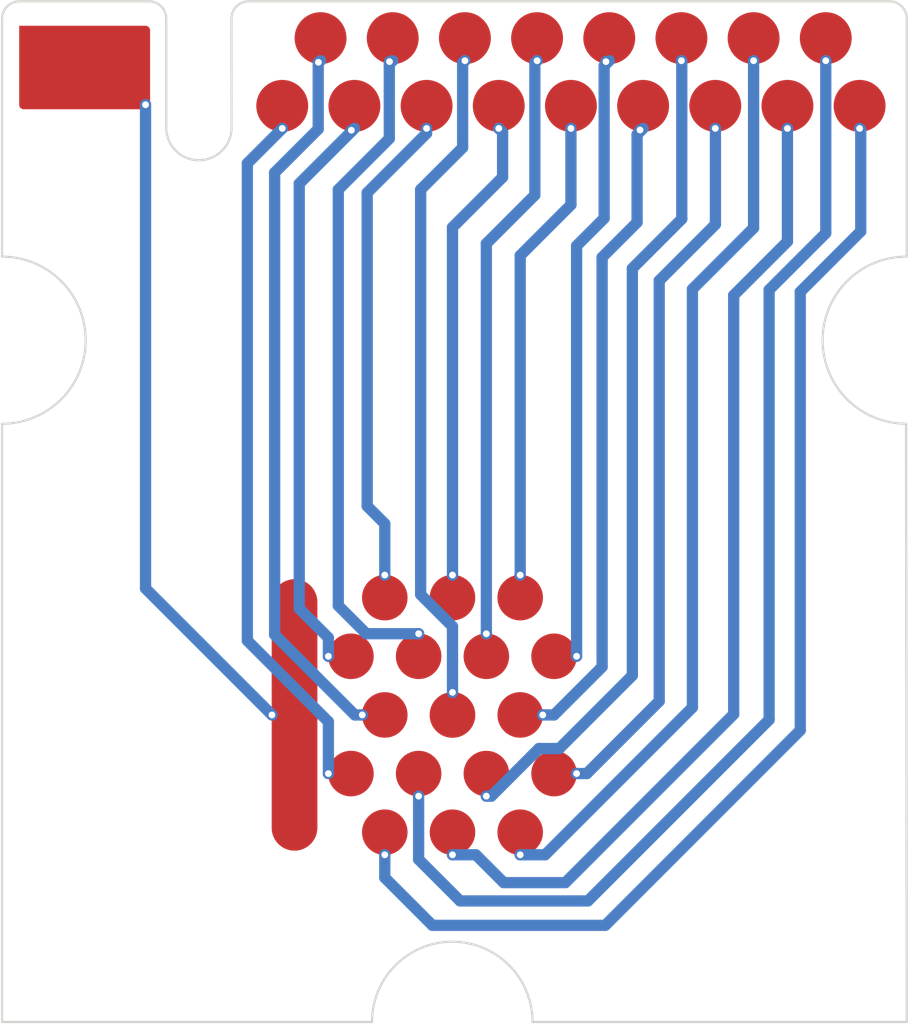
<source format=kicad_pcb>
(kicad_pcb (version 20221018) (generator pcbnew)

  (general
    (thickness 1.6)
  )

  (paper "A4")
  (layers
    (0 "F.Cu" signal)
    (31 "B.Cu" signal)
    (32 "B.Adhes" user "B.Adhesive")
    (33 "F.Adhes" user "F.Adhesive")
    (34 "B.Paste" user)
    (35 "F.Paste" user)
    (36 "B.SilkS" user "B.Silkscreen")
    (37 "F.SilkS" user "F.Silkscreen")
    (38 "B.Mask" user)
    (39 "F.Mask" user)
    (40 "Dwgs.User" user "User.Drawings")
    (41 "Cmts.User" user "User.Comments")
    (42 "Eco1.User" user "User.Eco1")
    (43 "Eco2.User" user "User.Eco2")
    (44 "Edge.Cuts" user)
    (45 "Margin" user)
    (46 "B.CrtYd" user "B.Courtyard")
    (47 "F.CrtYd" user "F.Courtyard")
    (48 "B.Fab" user)
    (49 "F.Fab" user)
    (50 "User.1" user)
    (51 "User.2" user)
    (52 "User.3" user)
    (53 "User.4" user)
    (54 "User.5" user)
    (55 "User.6" user)
    (56 "User.7" user)
    (57 "User.8" user)
    (58 "User.9" user)
  )

  (setup
    (pad_to_mask_clearance 0)
    (aux_axis_origin 40 40)
    (pcbplotparams
      (layerselection 0x00010fc_ffffffff)
      (plot_on_all_layers_selection 0x0000000_00000000)
      (disableapertmacros false)
      (usegerberextensions false)
      (usegerberattributes true)
      (usegerberadvancedattributes true)
      (creategerberjobfile true)
      (dashed_line_dash_ratio 12.000000)
      (dashed_line_gap_ratio 3.000000)
      (svgprecision 4)
      (plotframeref false)
      (viasonmask false)
      (mode 1)
      (useauxorigin false)
      (hpglpennumber 1)
      (hpglpenspeed 20)
      (hpglpendiameter 15.000000)
      (dxfpolygonmode true)
      (dxfimperialunits true)
      (dxfusepcbnewfont true)
      (psnegative false)
      (psa4output false)
      (plotreference true)
      (plotvalue true)
      (plotinvisibletext false)
      (sketchpadsonfab false)
      (subtractmaskfromsilk false)
      (outputformat 1)
      (mirror false)
      (drillshape 0)
      (scaleselection 1)
      (outputdirectory "../3.Gerber.Files/unzipped/")
    )
  )

  (net 0 "")

  (gr_circle (center 25.254 14.795) (end 25.754 14.795)
    (stroke (width 0.15) (type solid)) (fill solid) (layer "F.Cu") (tstamp 0ab5a390-7f32-42db-bea1-5d3f72ddaa9c))
  (gr_circle (center 26.103 13.295) (end 26.603 13.295)
    (stroke (width 0.15) (type solid)) (fill solid) (layer "F.Cu") (tstamp 0f1df783-eab7-41b7-9186-18afe7f4c887))
  (gr_circle (center 21.306 13.295) (end 21.806 13.295)
    (stroke (width 0.15) (type solid)) (fill solid) (layer "F.Cu") (tstamp 13fa1330-ec54-48cd-a31d-f498ceec183e))
  (gr_circle (center 20.38 29.584) (end 20.88 29.584)
    (stroke (width 0.01) (type solid)) (fill solid) (layer "F.Cu") (tstamp 2d4684a3-a90b-41d6-afd7-a68ca4a24bb2))
  (gr_circle (center 21.88 26.986) (end 22.38 26.986)
    (stroke (width 0.01) (type solid)) (fill solid) (layer "F.Cu") (tstamp 3317958e-8c46-46f7-8a3d-86b4a73bdbcf))
  (gr_circle (center 22.63 28.285) (end 23.13 28.285)
    (stroke (width 0.01) (type solid)) (fill solid) (layer "F.Cu") (tstamp 3b07295a-22a8-4d0d-b198-acfd80c61e8b))
  (gr_circle (center 24.88 29.584) (end 25.38 29.584)
    (stroke (width 0.01) (type solid)) (fill solid) (layer "F.Cu") (tstamp 3cd3c6f2-eac8-4a1d-b88a-28ddc42bd409))
  (gr_circle (center 23.38 29.584) (end 23.88 29.584)
    (stroke (width 0.01) (type solid)) (fill solid) (layer "F.Cu") (tstamp 4486477c-d069-45fd-baf4-f105cb35c410))
  (gr_circle (center 22.63 25.687) (end 23.13 25.687)
    (stroke (width 0.01) (type solid)) (fill solid) (layer "F.Cu") (tstamp 46c26887-28f4-4342-a940-ac933c448677))
  (gr_line (start 18.63 30.785) (end 18.63 25.785)
    (stroke (width 0.01) (type solid)) (layer "F.Cu") (tstamp 613a674a-d12e-4075-9a4b-734d84093b60))
  (gr_circle (center 19.13 30.785) (end 19.63 30.785)
    (stroke (width 0.01) (type solid)) (fill solid) (layer "F.Cu") (tstamp 6199833d-ab3a-4e19-b650-a5fca074fbef))
  (gr_circle (center 21.88 29.584) (end 22.38 29.584)
    (stroke (width 0.01) (type solid)) (fill solid) (layer "F.Cu") (tstamp 61a44182-48ff-4b3a-974f-6b67acf3cff4))
  (gr_circle (center 22.63 28.285) (end 23.13 28.285)
    (stroke (width 0.01) (type solid)) (fill solid) (layer "F.Cu") (tstamp 639ed23a-1702-4f4b-bb7c-34869e9fa5ff))
  (gr_circle (center 22.63 30.883) (end 23.13 30.883)
    (stroke (width 0.01) (type solid)) (fill solid) (layer "F.Cu") (tstamp 64e1f192-0d17-490c-bb28-a958ecc247c5))
  (gr_circle (center 27.702 13.295) (end 28.202 13.295)
    (stroke (width 0.15) (type solid)) (fill solid) (layer "F.Cu") (tstamp 6ed69ff0-01ca-4484-9f1a-65d4587ad6e2))
  (gr_circle (center 23.38 26.986) (end 23.88 26.986)
    (stroke (width 0.01) (type solid)) (fill solid) (layer "F.Cu") (tstamp 6fe00a41-2b9a-40e5-9b2a-701c38a9658c))
  (gr_circle (center 19.707 13.295) (end 20.207 13.295)
    (stroke (width 0.15) (type solid)) (fill solid) (layer "F.Cu") (tstamp 6fe9f6b9-13dd-4631-b910-235120eb291a))
  (gr_circle (center 24.88 26.986) (end 25.38 26.986)
    (stroke (width 0.01) (type solid)) (fill solid) (layer "F.Cu") (tstamp 729efd1b-bf2b-4330-9c4d-749e97904f21))
  (gr_circle (center 30.051 14.795) (end 30.551 14.795)
    (stroke (width 0.15) (type solid)) (fill solid) (layer "F.Cu") (tstamp 77448c77-45e3-473e-8c45-6ef227a005ef))
  (gr_circle (center 31.65 14.795) (end 32.15 14.795)
    (stroke (width 0.15) (type solid)) (fill solid) (layer "F.Cu") (tstamp 787e399b-5771-4283-8a1d-9972ca91507f))
  (gr_circle (center 28.452 14.795) (end 28.952 14.795)
    (stroke (width 0.15) (type solid)) (fill solid) (layer "F.Cu") (tstamp 7a379c50-06a1-47c7-883b-da5a803a1ba4))
  (gr_circle (center 20.38 26.986) (end 20.88 26.986)
    (stroke (width 0.01) (type solid)) (fill solid) (layer "F.Cu") (tstamp 7b9a1051-2d17-4f72-be1a-211b8693f8a7))
  (gr_rect (start 13.13 13.12) (end 15.83 14.77)
    (stroke (width 0.2) (type solid)) (fill solid) (layer "F.Cu") (tstamp 7d1a8a28-2f2e-4365-900b-1bcf7e731e18))
  (gr_circle (center 21.13 28.285) (end 21.63 28.285)
    (stroke (width 0.01) (type solid)) (fill solid) (layer "F.Cu") (tstamp 88a27ef4-cd35-4d57-94e1-85dd25e7ab2b))
  (gr_circle (center 19.13 25.785) (end 19.63 25.785)
    (stroke (width 0.01) (type solid)) (fill solid) (layer "F.Cu") (tstamp 89ec6a03-9842-4202-9124-57b67e71c147))
  (gr_circle (center 22.905 13.295) (end 23.405 13.295)
    (stroke (width 0.15) (type solid)) (fill solid) (layer "F.Cu") (tstamp 89ffdd3b-a2fc-40a9-9c0d-e60446d275da))
  (gr_rect (start 18.63 25.785) (end 19.63 30.785)
    (stroke (width 0.01) (type solid)) (fill solid) (layer "F.Cu") (tstamp 90bc5257-a7a6-4927-a496-6be14e0f57fa))
  (gr_circle (center 21.13 30.883) (end 21.63 30.883)
    (stroke (width 0.01) (type solid)) (fill solid) (layer "F.Cu") (tstamp 9db5929f-5ee2-431f-ab36-a2847027e6cb))
  (gr_circle (center 23.655 14.795) (end 24.155 14.795)
    (stroke (width 0.15) (type solid)) (fill solid) (layer "F.Cu") (tstamp a45c3bff-1196-4d40-b83d-ae49bd56f0d6))
  (gr_circle (center 24.13 30.883) (end 24.63 30.883)
    (stroke (width 0.01) (type solid)) (fill solid) (layer "F.Cu") (tstamp b5afcdfc-4b34-496f-8f3b-575f4c5091ac))
  (gr_circle (center 26.853 14.795) (end 27.353 14.795)
    (stroke (width 0.15) (type solid)) (fill solid) (layer "F.Cu") (tstamp c690a854-69d8-4ae1-8bbe-b97ab7970a12))
  (gr_arc (start 18.63 25.785) (mid 19.13 25.285) (end 19.63 25.785)
    (stroke (width 0.01) (type solid)) (layer "F.Cu") (tstamp c6b40d86-d886-498c-ae71-26ee1907a526))
  (gr_circle (center 30.9 13.295) (end 31.4 13.295)
    (stroke (width 0.15) (type solid)) (fill solid) (layer "F.Cu") (tstamp c9ec0e78-7ffa-4d23-a17b-a90d8880a638))
  (gr_circle (center 24.13 28.285) (end 24.63 28.285)
    (stroke (width 0.01) (type solid)) (fill solid) (layer "F.Cu") (tstamp d04fccdc-5284-492a-8a8d-85ce9def7953))
  (gr_circle (center 20.457 14.795) (end 20.957 14.795)
    (stroke (width 0.15) (type solid)) (fill solid) (layer "F.Cu") (tstamp d4eaafcb-a69a-493e-9a1f-8b1039751556))
  (gr_circle (center 24.504 13.295) (end 25.004 13.295)
    (stroke (width 0.15) (type solid)) (fill solid) (layer "F.Cu") (tstamp dbc6f8fc-6818-470d-afa4-47ba388e593b))
  (gr_circle (center 18.858 14.795) (end 19.358 14.795)
    (stroke (width 0.15) (type solid)) (fill solid) (layer "F.Cu") (tstamp dc7f6cab-fb9e-4f22-a4d6-b413ace39ad8))
  (gr_circle (center 21.13 25.687) (end 21.63 25.687)
    (stroke (width 0.01) (type solid)) (fill solid) (layer "F.Cu") (tstamp dcf9280b-f173-41b5-882a-e1c0a38df7dc))
  (gr_circle (center 29.301 13.295) (end 29.801 13.295)
    (stroke (width 0.15) (type solid)) (fill solid) (layer "F.Cu") (tstamp e27bba5a-5693-4b06-a383-0cc53614919d))
  (gr_circle (center 22.056 14.795) (end 22.556 14.795)
    (stroke (width 0.15) (type solid)) (fill solid) (layer "F.Cu") (tstamp e87cf959-b20c-4e79-94d4-5b6a71b3f0fc))
  (gr_circle (center 24.13 25.687) (end 24.63 25.687)
    (stroke (width 0.01) (type solid)) (fill solid) (layer "F.Cu") (tstamp f104c693-3b03-4dcc-912f-ad7cf99eb188))
  (gr_line (start 19.63 25.785) (end 19.63 30.785)
    (stroke (width 0.01) (type solid)) (layer "F.Cu") (tstamp f3cf7878-35be-4e55-9507-af0956dd62ef))
  (gr_arc (start 19.63 30.785) (mid 19.13 31.285) (end 18.63 30.785)
    (stroke (width 0.01) (type solid)) (layer "F.Cu") (tstamp fb509e6a-6af3-458f-abca-c84eb0f4b8db))
  (gr_rect (start 12.705 12.55) (end 32.625 35.035)
    (stroke (width 0.2) (type solid)) (fill solid) (layer "F.Mask") (tstamp abd90e40-12e9-4437-a904-f4d2927e274b))
  (gr_line (start 32.31256 12.4798) (end 31.70296 12.4798)
    (stroke (width 0.05) (type solid)) (layer "Edge.Cuts") (tstamp 00c33dfb-dabc-4632-910f-6f4ebe75694f))
  (gr_line (start 20.78096 12.4798) (end 31.70296 12.4798)
    (stroke (width 0.05) (type solid)) (layer "Edge.Cuts") (tstamp 087c46f1-f4f6-46bd-8f4e-b291717f5247))
  (gr_line (start 18.11396 12.4798) (end 20.78096 12.4798)
    (stroke (width 0.05) (type solid)) (layer "Edge.Cuts") (tstamp 0a63bec0-7c43-42b5-9620-c55acca29b4f))
  (gr_arc (start 32.68 21.835) (mid 30.83 19.985) (end 32.68 18.135)
    (stroke (width 0.05) (type default)) (layer "Edge.Cuts") (tstamp 17d840b1-1c0e-4d3b-8ae5-1ea7d9a2dd2f))
  (gr_line (start 20.847 35.0858) (end 12.65296 35.0858)
    (stroke (width 0.05) (type solid)) (layer "Edge.Cuts") (tstamp 1f9c1da7-2660-4ff6-b7f9-6856fa39c4cf))
  (gr_arc (start 17.73296 12.8608) (mid 17.844556 12.591414) (end 18.11396 12.4798)
    (stroke (width 0.05) (type solid)) (layer "Edge.Cuts") (tstamp 26db0bab-37fe-49f5-9bab-597917e2b9b5))
  (gr_arc (start 17.733535 15.329641) (mid 16.984931 15.999711) (end 16.2877 15.27634)
    (stroke (width 0.05) (type solid)) (layer "Edge.Cuts") (tstamp 2b30ac86-295b-405d-87d0-0ba5f65e94bd))
  (gr_line (start 32.69356 13.191) (end 32.69356 18.135)
    (stroke (width 0.05) (type solid)) (layer "Edge.Cuts") (tstamp 2cfc699f-03b1-4221-a75f-04954db1bcb5))
  (gr_arc (start 12.65296 12.8608) (mid 12.764556 12.591414) (end 13.03396 12.4798)
    (stroke (width 0.05) (type solid)) (layer "Edge.Cuts") (tstamp 2ef3a49f-5502-41cc-aa34-afdc4a3ca166))
  (gr_line (start 32.68 21.835) (end 32.69356 35.0858)
    (stroke (width 0.05) (type solid)) (layer "Edge.Cuts") (tstamp 47e37cd1-5ae1-42db-9628-6ec2e0dad327))
  (gr_arc (start 32.31256 12.4798) (mid 32.581958 12.591384) (end 32.69356 12.8608)
    (stroke (width 0.05) (type solid)) (layer "Edge.Cuts") (tstamp 51f96a6c-1d24-4246-aa69-3cf6745c006f))
  (gr_arc (start 12.65296 18.135) (mid 14.50316 19.9852) (end 12.65296 21.835394)
    (stroke (width 0.05) (type default)) (layer "Edge.Cuts") (tstamp 83b358b7-d6a7-439a-bb77-d03b721a77dd))
  (gr_line (start 32.69356 13.191) (end 32.69356 12.8608)
    (stroke (width 0.05) (type solid)) (layer "Edge.Cuts") (tstamp 8719bb8b-80a5-40de-bb9e-78359055538e))
  (gr_line (start 12.65296 12.8608) (end 12.65296 18.135)
    (stroke (width 0.05) (type solid)) (layer "Edge.Cuts") (tstamp 8f8a61e4-1147-4e6c-8a8b-e7476d5b6634))
  (gr_line (start 15.9067 12.4798) (end 13.03396 12.4798)
    (stroke (width 0.05) (type solid)) (layer "Edge.Cuts") (tstamp 955f73a8-2fe2-41a4-be47-c11cbdcc68bf))
  (gr_line (start 16.2877 15.27634) (end 16.2877 12.8608)
    (stroke (width 0.05) (type solid)) (layer "Edge.Cuts") (tstamp 98ac4973-f812-45a3-85ed-fd5883bdd848))
  (gr_line (start 17.733535 15.329641) (end 17.73296 12.8608)
    (stroke (width 0.05) (type solid)) (layer "Edge.Cuts") (tstamp a2e2d756-dfee-481b-b9af-302140790258))
  (gr_arc (start 15.9067 12.4798) (mid 16.176108 12.591392) (end 16.2877 12.8608)
    (stroke (width 0.05) (type solid)) (layer "Edge.Cuts") (tstamp be18558c-2efa-4ef3-b223-fcbb5ed5318b))
  (gr_arc (start 20.847 35.0858) (mid 22.625 33.3078) (end 24.403 35.0858)
    (stroke (width 0.05) (type solid)) (layer "Edge.Cuts") (tstamp db17bb16-e3cc-4166-8ec8-291f4c532999))
  (gr_line (start 12.65296 21.835394) (end 12.65296 35.0858)
    (stroke (width 0.05) (type solid)) (layer "Edge.Cuts") (tstamp ea8803aa-dc02-4564-9d80-1425b48cb80e))
  (gr_line (start 32.69356 35.0858) (end 24.403 35.0858)
    (stroke (width 0.05) (type solid)) (layer "Edge.Cuts") (tstamp feadd32e-d611-408a-9952-e6e21b732f1d))
  (gr_rect (start 18.63 24.285) (end 19.63 25.285)
    (stroke (width 0.01) (type default)) (fill none) (layer "User.8") (tstamp 03719ffe-d9d8-4910-ab3d-89ffa7969a95))
  (gr_line (start 19.68 31.235) (end 18.13 32.785)
    (stroke (width 0.01) (type default)) (layer "User.8") (tstamp 04408d2b-a0e3-4640-b719-7b512641490b))
  (gr_circle (center 22.63 29.785) (end 22.63 28.285)
    (stroke (width 0.01) (type default)) (fill none) (layer "User.8") (tstamp 0695d678-bc77-4306-b08d-4f9a93c4dbea))
  (gr_rect (start 25.63 24.285) (end 26.63 25.285)
    (stroke (width 0.01) (type default)) (fill none) (layer "User.8") (tstamp 17b012ac-c352-442e-af9e-4015b5c22218))
  (gr_line (start 18.63 25.285) (end 18.63 31.285)
    (stroke (width 0.01) (type dash)) (layer "User.8") (tstamp 24ca5d86-72b7-488b-9de2-95d8a22459b4))
  (gr_rect (start 25.63 31.285) (end 26.63 32.285)
    (stroke (width 0.01) (type default)) (fill none) (layer "User.8") (tstamp 27ba9323-d9e9-4d1d-b8ca-3918024417b4))
  (gr_line (start 25.63 24.285) (end 19.63 24.285)
    (stroke (width 0.01) (type dash)) (layer "User.8") (tstamp 28aac5fa-6a33-4877-8496-8024d48cfb77))
  (gr_line (start 26.63 31.285) (end 26.63 25.285)
    (stroke (width 0.01) (type dash)) (layer "User.8") (tstamp 2aacbb20-a7d6-4835-85dd-3b57ba4bd471))
  (gr_rect (start 26.13 23.785) (end 27.13 24.785)
    (stroke (width 0.01) (type default)) (fill none) (layer "User.8") (tstamp 397088c7-4ff9-4db3-9982-9df57787f57e))
  (gr_rect (start 17.63 32.285) (end 18.63 33.285)
    (stroke (width 0.01) (type solid)) (fill none) (layer "User.8") (tstamp 41687b20-b46d-461e-af5f-1441ab356770))
  (gr_line (start 26.13 31.785) (end 19.13 31.785)
    (stroke (width 0.01) (type default)) (layer "User.8") (tstamp 4246dd8c-70de-4c26-b494-db8056c6f3b9))
  (gr_rect (start 19.63 25.285) (end 25.63 31.285)
    (stroke (width 0.01) (type default)) (fill none) (layer "User.8") (tstamp 4954d53d-c6e1-4bf2-8a0f-b30bd57628d5))
  (gr_rect (start 18.13 23.785) (end 19.13 24.785)
    (stroke (width 0.01) (type default)) (fill none) (layer "User.8") (tstamp 529be5be-1328-4122-bfc5-770e251779de))
  (gr_circle (center 22.63 26.785) (end 22.63 28.285)
    (stroke (width 0.01) (type default)) (fill none) (layer "User.8") (tstamp 532f6ac4-57d8-4816-99f9-66411e438a3a))
  (gr_rect (start 18.13 31.785) (end 19.13 32.785)
    (stroke (width 0.01) (type default)) (fill none) (layer "User.8") (tstamp 5380b2a4-46d2-4dbb-8421-abae45170044))
  (gr_rect (start 26.13 31.785) (end 27.13 32.785)
    (stroke (width 0.01) (type default)) (fill none) (layer "User.8") (tstamp 5383aa57-4f81-4e7f-9463-a8c46fbc1637))
  (gr_line (start 19.63 31.285) (end 25.63 25.285)
    (stroke (width 0.01) (type default)) (layer "User.8") (tstamp 5e514eaa-12bc-421a-b091-6f2491c95c55))
  (gr_line (start 19.63 25.285) (end 18.13 23.785)
    (stroke (width 0.01) (type default)) (layer "User.8") (tstamp 68229389-7c43-49fa-abf9-1f86f0def038))
  (gr_line (start 19.63 25.285) (end 25.63 31.285)
    (stroke (width 0.01) (type default)) (layer "User.8") (tstamp 687cf63e-fca5-4bed-b357-e235cb43a09b))
  (gr_line (start 26.13 31.785) (end 26.13 24.785)
    (stroke (width 0.01) (type default)) (layer "User.8") (tstamp 6f1bf785-56c1-4191-827a-8710ffd3ed11))
  (gr_rect (start 18.63 31.785) (end 19.13 32.285)
    (stroke (width 0.01) (type default)) (fill none) (layer "User.8") (tstamp 6ffc874a-4ccf-49e7-ac34-b614182905c0))
  (gr_circle (center 22.63 28.285) (end 23.13 28.285)
    (stroke (width 0.01) (type default)) (fill none) (layer "User.8") (tstamp 717aa851-bdd4-4107-8648-49ecbe328fd7))
  (gr_circle (center 24.13 28.285) (end 22.63 28.285)
    (stroke (width 0.01) (type default)) (fill none) (layer "User.8") (tstamp 71be20d4-824b-410c-b352-8608d8085a1e))
  (gr_line (start 25.63 25.285) (end 27.13 23.785)
    (stroke (width 0.01) (type default)) (layer "User.8") (tstamp 794179b1-0b8f-4fd6-8eca-1ceda4376f96))
  (gr_rect (start 26.63 32.285) (end 27.63 33.285)
    (stroke (width 0.01) (type solid)) (fill none) (layer "User.8") (tstamp 89e9fbe5-9d8e-4fa9-8a36-751901a4d0d8))
  (gr_rect (start 17.63 23.285) (end 18.63 24.285)
    (stroke (width 0.01) (type solid)) (fill none) (layer "User.8") (tstamp 940708ec-822e-42cc-9673-ef102eab2f58))
  (gr_circle (center 21.13 28.285) (end 22.63 28.285)
    (stroke (width 0.01) (type default)) (fill none) (layer "User.8") (tstamp b271bdfd-2f69-47b8-9911-ad8067e44927))
  (gr_line (start 26.63 24.785) (end 18.63 24.785)
    (stroke (width 0.01) (type default)) (layer "User.8") (tstamp b80e48f5-c170-4758-bbe6-20047b1e468b))
  (gr_line (start 19.63 32.285) (end 25.63 32.285)
    (stroke (width 0.01) (type dash)) (layer "User.8") (tstamp b8667d49-4818-447e-a264-9b77f23afb70))
  (gr_rect (start 18.63 31.285) (end 19.63 32.285)
    (stroke (width 0.01) (type default)) (fill none) (layer "User.8") (tstamp ce068642-d304-42a3-8972-90a518cee00b))
  (gr_rect (start 26.63 23.285) (end 27.63 24.285)
    (stroke (width 0.01) (type solid)) (fill none) (layer "User.8") (tstamp e2d50e1b-bcde-4c90-82b2-5879d239191e))
  (gr_circle (center 22.63 28.285) (end 24.13 28.285)
    (stroke (width 0.01) (type default)) (fill none) (layer "User.8") (tstamp e51c2ddc-3a17-4f03-af00-46a4278f6d74))
  (gr_line (start 32.68 19.99) (end 12.68 19.99)
    (stroke (width 0.01) (type default)) (layer "User.8") (tstamp e564bc10-0a39-49db-bf09-b1303ba33ccb))
  (gr_line (start 22.63 28.285) (end 24.13 28.285)
    (stroke (width 0.01) (type default)) (layer "User.8") (tstamp eae0f485-4a24-4af8-889b-f3bea1e016e8))
  (gr_line (start 19.13 24.785) (end 19.13 31.785)
    (stroke (width 0.01) (type default)) (layer "User.8") (tstamp eecd8390-8531-4391-8352-49b70dbe007b))
  (gr_line (start 25.63 31.285) (end 27.13 32.785)
    (stroke (width 0.01) (type default)) (layer "User.8") (tstamp fad21767-181e-4ac7-9a5a-df93b71aba12))

  (via blind (at 23.38 30.084) (size 0.25) (drill 0.15) (layers "F.Cu" "B.Cu") (net 0) (tstamp 0581fb2f-04a0-4b64-813b-baa56eb4bf86))
  (via blind (at 27.702 13.795) (size 0.25) (drill 0.15) (layers "F.Cu" "B.Cu") (net 0) (tstamp 0d33a36e-b48c-42d0-b1c7-c03acac37047))
  (via blind (at 25.254 15.295) (size 0.25) (drill 0.15) (layers "F.Cu" "B.Cu") (net 0) (tstamp 0ece6b38-b169-4cff-9507-dc9a8713a462))
  (via blind (at 26.03 13.815) (size 0.25) (drill 0.15) (layers "F.Cu" "B.Cu") (net 0) (tstamp 2164f8b4-6c03-4e72-845f-824bffffb828))
  (via blind (at 25.38 26.986) (size 0.25) (drill 0.15) (layers "F.Cu" "B.Cu") (net 0) (tstamp 273cf857-6d07-444d-b317-624a86559941))
  (via blind (at 22.63 31.383) (size 0.25) (drill 0.15) (layers "F.Cu" "B.Cu") (net 0) (tstamp 27caaafe-d959-4a7e-b561-311add23353e))
  (via blind (at 19.66 13.83) (size 0.25) (drill 0.15) (layers "F.Cu" "B.Cu") (net 0) (tstamp 27e6f1eb-2b6b-4650-b8ff-298fc8458d9a))
  (via blind (at 15.83 14.77) (size 0.25) (drill 0.15) (layers "F.Cu" "B.Cu") (net 0) (tstamp 2fb97885-b660-4eb1-8768-312211d832af))
  (via blind (at 22.056 15.295) (size 0.25) (drill 0.15) (layers "F.Cu" "B.Cu") (net 0) (tstamp 32cbba1c-f3e7-4d70-8df6-87f07ecb5ab2))
  (via blind (at 24.504 13.795) (size 0.25) (drill 0.15) (layers "F.Cu" "B.Cu") (net 0) (tstamp 349867cd-eb7e-4252-a804-577ea6180ace))
  (via blind (at 21.13 25.187) (size 0.25) (drill 0.15) (layers "F.Cu" "B.Cu") (net 0) (tstamp 398eba6b-c0bb-4bd1-8447-0a917b634c6c))
  (via blind (at 19.88 26.986) (size 0.25) (drill 0.15) (layers "F.Cu" "B.Cu") (net 0) (tstamp 417a9d28-27a6-4aa7-a59e-6abb335b1c17))
  (via blind (at 22.905 13.795) (size 0.25) (drill 0.15) (layers "F.Cu" "B.Cu") (net 0) (tstamp 4c96fc61-e1aa-4809-bb33-d021279c39f9))
  (via blind (at 20.63 28.285) (size 0.25) (drill 0.15) (layers "F.Cu" "B.Cu") (net 0) (tstamp 5261c406-484e-4d29-a1e6-1e8392a832aa))
  (via blind (at 30.9 13.795) (size 0.25) (drill 0.15) (layers "F.Cu" "B.Cu") (net 0) (tstamp 540482c9-4bca-4b00-9317-570c4edf0dae))
  (via blind (at 22.63 27.785) (size 0.25) (drill 0.15) (layers "F.Cu" "B.Cu") (net 0) (tstamp 60a9daa6-b6bf-4f2b-91ba-686567cd858c))
  (via blind (at 24.13 25.187) (size 0.25) (drill 0.15) (layers "F.Cu" "B.Cu") (net 0) (tstamp 6251c188-ee3b-45f6-b380-7ae4eed942c2))
  (via blind (at 25.38 29.584) (size 0.25) (drill 0.15) (layers "F.Cu" "B.Cu") (net 0) (tstamp 646bdeed-6d86-4441-ac9e-b886b9ca5a2b))
  (via blind (at 21.13 31.383) (size 0.25) (drill 0.15) (layers "F.Cu" "B.Cu") (net 0) (tstamp 683bb1f8-6ee9-4450-8ad3-4ecd07669f0a))
  (via blind (at 29.301 13.795) (size 0.25) (drill 0.15) (layers "F.Cu" "B.Cu") (net 0) (tstamp 696db251-945e-42b8-b960-fc25b672197a))
  (via blind (at 28.452 15.295) (size 0.25) (drill 0.15) (layers "F.Cu" "B.Cu") (net 0) (tstamp 6d30bc28-3aa6-457f-b106-51dd0dba90a7))
  (via blind (at 18.858 15.295) (size 0.25) (drill 0.15) (layers "F.Cu" "B.Cu") (net 0) (tstamp 783870fc-b042-4c20-ad7c-31762de4c32a))
  (via blind (at 24.13 31.383) (size 0.25) (drill 0.15) (layers "F.Cu" "B.Cu") (net 0) (tstamp 7e22719d-881d-46bd-a926-b19b2294867c))
  (via blind (at 23.655 15.295) (size 0.25) (drill 0.15) (layers "F.Cu" "B.Cu") (net 0) (tstamp 7e7143ef-7e22-40fb-afaa-3c25d2294bd1))
  (via blind (at 30.051 15.295) (size 0.25) (drill 0.15) (layers "F.Cu" "B.Cu") (net 0) (tstamp 8630f1b1-a210-4f58-b6ff-bca22d723ec1))
  (via blind (at 31.65 15.295) (size 0.25) (drill 0.15) (layers "F.Cu" "B.Cu") (net 0) (tstamp 8be58fda-4624-414b-86d6-1cf6296bb7c2))
  (via blind (at 21.88 26.486) (size 0.25) (drill 0.15) (layers "F.Cu" "B.Cu") (net 0) (tstamp 93709e68-5e2d-4616-8b8a-8d9ecd459369))
  (via blind (at 21.88 30.084) (size 0.25) (drill 0.15) (layers "F.Cu" "B.Cu") (net 0) (tstamp a1f16701-8a9d-43f5-b955-77e84efd2964))
  (via blind (at 26.785 15.33) (size 0.25) (drill 0.15) (layers "F.Cu" "B.Cu") (net 0) (tstamp ab11ac8f-b539-46bb-a86c-3e0978d51ba5))
  (via blind (at 22.63 25.187) (size 0.25) (drill 0.15) (layers "F.Cu" "B.Cu") (net 0) (tstamp b016ccf4-6dcb-4762-8ed0-f50468dff340))
  (via blind (at 19.88 29.584) (size 0.25) (drill 0.15) (layers "F.Cu" "B.Cu") (net 0) (tstamp c0315b92-e2b4-44b6-bf34-ffc33064df54))
  (via blind (at 21.235 13.815) (size 0.25) (drill 0.15) (layers "F.Cu" "B.Cu") (net 0) (tstamp c808371f-314b-4cb6-a7c5-7b90143e6e02))
  (via blind (at 24.63 28.285) (size 0.25) (drill 0.15) (layers "F.Cu" "B.Cu") (net 0) (tstamp dab79f67-1ab9-4800-b16e-f2c6ef02859f))
  (via blind (at 18.63 28.285) (size 0.25) (drill 0.15) (layers "F.Cu" "B.Cu") (net 0) (tstamp f69ea979-de30-41ec-bb0d-7c1d17fdf965))
  (via blind (at 23.38 26.486) (size 0.25) (drill 0.15) (layers "F.Cu" "B.Cu") (net 0) (tstamp f7c79b73-cc01-42e3-a019-50f21a62bca9))
  (via blind (at 20.39 15.335) (size 0.25) (drill 0.15) (layers "F.Cu" "B.Cu") (net 0) (tstamp fa629ca3-6925-42fb-8b94-be646d0858f1))
  (segment (start 25.945 18.15) (end 26.72 17.375) (width 0.25) (layer "B.Cu") (net 0) (tstamp 0c428b61-a531-4a4c-96fb-1b93595006c8))
  (segment (start 28.455 15.298) (end 28.452 15.295) (width 0.25) (layer "B.Cu") (net 0) (tstamp 0c94a3ee-0645-45a6-833b-d88f3960e570))
  (segment (start 26.015 32.945) (end 30.335 28.625) (width 0.25) (layer "B.Cu") (net 0) (tstamp 0ccd465b-9edd-4b21-a29d-775db41253c1))
  (segment (start 25.945 27.22) (end 25.945 18.15) (width 0.25) (layer "B.Cu") (net 0) (tstamp 131d69fc-6adf-4749-95b5-268d4c684189))
  (segment (start 29.301 17.499) (end 29.301 13.795) (width 0.25) (layer "B.Cu") (net 0) (tstamp 18213c4f-090b-4269-8c1c-8b122b639536))
  (segment (start 25.38 29.584) (end 25.606 29.584) (width 0.25) (layer "B.Cu") (net 0) (tstamp 1970fe93-5133-407c-9083-88dc02f11220))
  (segment (start 22.63 17.485) (end 23.74 16.375) (width 0.25) (layer "B.Cu") (net 0) (tstamp 1a8e5719-1002-46b0-8a5a-f416cede9967))
  (segment (start 25.38 26.986) (end 25.38 17.895) (width 0.25) (layer "B.Cu") (net 0) (tstamp 1bd13c5c-c9e7-4621-995e-0aea0c0c9648))
  (segment (start 24.995 29.03) (end 26.615 27.41) (width 0.25) (layer "B.Cu") (net 0) (tstamp 1de6d5d8-a24d-4ea8-8127-691ea66bb1ab))
  (segment (start 27.21 27.98) (end 27.21 18.665) (width 0.25) (layer "B.Cu") (net 0) (tstamp 2161f6a6-a24b-4ff1-984d-66c675b3c744))
  (segment (start 18.69 16.275) (end 19.655 15.31) (width 0.25) (layer "B.Cu") (net 0) (tstamp 24790eec-5271-42e7-82b6-bc5dec352367))
  (segment (start 19.88 29.584) (end 19.88 28.435) (width 0.25) (layer "B.Cu") (net 0) (tstamp 24bde988-6687-462e-9fe8-067e3fbf5915))
  (segment (start 24.13 18.11) (end 25.254 16.986) (width 0.25) (layer "B.Cu") (net 0) (tstamp 24df3ed1-df28-4b16-a16f-edb1b7959717))
  (segment (start 27.71 17.3) (end 27.71 13.803) (width 0.25) (layer "B.Cu") (net 0) (tstamp 2aabc1dd-46df-482d-8654-040052095aa9))
  (segment (start 23.74 16.375) (end 23.74 15.38) (width 0.25) (layer "B.Cu") (net 0) (tstamp 2be2e493-b011-4bbc-9df4-fb4d05ba1475))
  (segment (start 18.69 26.51) (end 18.69 16.275) (width 0.25) (layer "B.Cu") (net 0) (tstamp 2d41b13b-19a0-4aac-81d9-ed79137d2ed9))
  (segment (start 23.38 26.486) (end 23.38 17.845) (width 0.25) (layer "B.Cu") (net 0) (tstamp 2d8d4d1c-d744-4771-817b-26cd1e31a22b))
  (segment (start 21.13 31.383) (end 21.13 31.89) (width 0.25) (layer "B.Cu") (net 0) (tstamp 316ada4d-e51e-442d-bc11-6cb8a684f912))
  (segment (start 19.235 16.517) (end 20.457 15.295) (width 0.25) (layer "B.Cu") (net 0) (tstamp 35225035-6783-4d97-a9fd-cfc57be55bac))
  (segment (start 25.13 32) (end 28.86 28.27) (width 0.25) (layer "B.Cu") (net 0) (tstamp 39ab367d-1363-4bc4-b247-56f2e880b045))
  (segment (start 27.21 18.665) (end 28.455 17.42) (width 0.25) (layer "B.Cu") (net 0) (tstamp 3cbf75ac-b57e-4f51-9bc4-a8c6f1acfe6c))
  (segment (start 15.83 25.485) (end 18.63 28.285) (width 0.25) (layer "B.Cu") (net 0) (tstamp 3d5069c8-dc5c-4cea-8891-55dfaaf88f94))
  (segment (start 26.72 15.428) (end 26.853 15.295) (width 0.25) (layer "B.Cu") (net 0) (tstamp 3f88c7dc-f1a1-4542-b5e4-9dbd8bcc12a8))
  (segment (start 23.765 32) (end 25.13 32) (width 0.25) (layer "B.Cu") (net 0) (tstamp 3f8e84f8-137e-4bd9-81d7-dcf254f74026))
  (segment (start 22.63 26.325) (end 21.925 25.62) (width 0.25) (layer "B.Cu") (net 0) (tstamp 40c5cc38-8fe1-4d4d-9127-f60a5f8c587c))
  (segment (start 19.88 26.575) (end 19.235 25.93) (width 0.25) (layer "B.Cu") (net 0) (tstamp 435ead6d-0bfb-42d8-9990-66fb4b741f22))
  (segment (start 19.655 13.847) (end 19.707 13.795) (width 0.25) (layer "B.Cu") (net 0) (tstamp 45a4a68d-247a-4021-a87d-49a91723e6f0))
  (segment (start 19.88 26.986) (end 19.88 26.575) (width 0.25) (layer "B.Cu") (net 0) (tstamp 48348c5e-288c-471f-8d5b-1148d4885ab1))
  (segment (start 23.74 15.38) (end 23.655 15.295) (width 0.25) (layer "B.Cu") (net 0) (tstamp 4ad833cd-39cf-4e94-83ec-50a840cf6eac))
  (segment (start 28.455 17.42) (end 28.455 15.298) (width 0.25) (layer "B.Cu") (net 0) (tstamp 4fdfcd9a-f8aa-4337-8ab8-ea033629983b))
  (segment (start 23.38 30.084) (end 23.491 30.084) (width 0.25) (layer "B.Cu") (net 0) (tstamp 51a2003f-ac3d-40ba-ac7b-efc92c40c5c1))
  (segment (start 27.71 13.803) (end 27.702 13.795) (width 0.25) (layer "B.Cu") (net 0) (tstamp 5212a0fc-36ee-4f0d-9d6c-084f6b8b8ba2))
  (segment (start 21.23 15.52) (end 21.23 13.871) (width 0.25) (layer "B.Cu") (net 0) (tstamp 52f1c517-db0e-4f14-9b31-a81d84ce4032))
  (segment (start 26.72 17.375) (end 26.72 15.428) (width 0.25) (layer "B.Cu") (net 0) (tstamp 572ac929-def3-4b60-ba9a-032010ce0fae))
  (segment (start 30.9 17.615) (end 30.9 13.795) (width 0.25) (layer "B.Cu") (net 0) (tstamp 5a34601b-c36d-429e-873a-3e579bbc4aee))
  (segment (start 24.455 13.844) (end 24.504 13.795) (width 0.25) (layer "B.Cu") (net 0) (tstamp 67a57134-cf0c-47ac-8b09-5e3d9ca50772))
  (segment (start 25.63 32.405) (end 29.645 28.39) (width 0.25) (layer "B.Cu") (net 0) (tstamp 69bf8430-7168-446e-b09f-496f009034d5))
  (segment (start 21.88 31.485) (end 22.8 32.405) (width 0.25) (layer "B.Cu") (net 0) (tstamp 6d4a1e58-ae27-471a-b72d-bf73ee920f04))
  (segment (start 31.675 15.32) (end 31.65 15.295) (width 0.25) (layer "B.Cu") (net 0) (tstamp 6db3a8b7-f882-4379-ba57-b2f0faa868e0))
  (segment (start 18.085 16.068) (end 18.858 15.295) (width 0.25) (layer "B.Cu") (net 0) (tstamp 7010e149-64d5-4c9c-a6ff-a2f1d5cff9f4))
  (segment (start 22.056 15.404) (end 22.056 15.295) (width 0.25) (layer "B.Cu") (net 0) (tstamp 7533419a-d6cb-4396-a552-2ef4544bc6eb))
  (segment (start 18.085 26.64) (end 18.085 16.068) (width 0.25) (layer "B.Cu") (net 0) (tstamp 78505429-4512-4a6c-a8f0-23fc4a0ae401))
  (segment (start 27.945 28.12) (end 27.945 18.855) (width 0.25) (layer "B.Cu") (net 0) (tstamp 7ae9417f-b072-40f6-9f0c-9fc03654d6e1))
  (segment (start 19.88 28.435) (end 18.085 26.64) (width 0.25) (layer "B.Cu") (net 0) (tstamp 7c96a56a-23fe-4327-95e7-199addb980be))
  (segment (start 23.38 17.845) (end 24.455 16.77) (width 0.25) (layer "B.Cu") (net 0) (tstamp 7d2f4eb8-f8d5-445f-bb9f-539261694502))
  (segment (start 26.615 18.395) (end 27.71 17.3) (width 0.25) (layer "B.Cu") (net 0) (tstamp 7f9ba192-5f63-4ad0-a3ca-93eb49969002))
  (segment (start 28.86 18.99) (end 30.051 17.799) (width 0.25) (layer "B.Cu") (net 0) (tstamp 839bfd71-af8d-4514-87b5-4f7360e7d649))
  (segment (start 25.99 13.908) (end 26.103 13.795) (width 0.25) (layer "B.Cu") (net 0) (tstamp 84d54ea2-3332-4587-a3bf-622756baf277))
  (segment (start 22.63 27.785) (end 22.63 26.325) (width 0.25) (layer "B.Cu") (net 0) (tstamp 863375fb-cea7-4bc4-a9b7-00c8dfd1e7eb))
  (segment (start 20.63 28.285) (end 20.465 28.285) (width 0.25) (layer "B.Cu") (net 0) (tstamp 86f8ffc9-0647-45ad-9dc1-1ca187e3e5e9))
  (segment (start 31.675 17.575) (end 31.675 15.32) (width 0.25) (layer "B.Cu") (net 0) (tstamp 8ab0bdf1-a8f3-4d21-9c8c-277d15c74407))
  (segment (start 24.88 28.285) (end 25.945 27.22) (width 0.25) (layer "B.Cu") (net 0) (tstamp 8f0dd9fc-f069-4529-b9d9-50b63ffc834a))
  (segment (start 28.86 28.27) (end 28.86 18.99) (width 0.25) (layer "B.Cu") (net 0) (tstamp 90086da7-86a1-42b9-9670-85d68abb648c))
  (segment (start 22.855 13.845) (end 22.905 13.795) (width 0.25) (layer "B.Cu") (net 0) (tstamp 920f83bf-9369-4ce5-95b2-7ae3e39713fa))
  (segment (start 20.1 16.65) (end 21.23 15.52) (width 0.25) (layer "B.Cu") (net 0) (tstamp 99d66fe0-059f-4f37-b9db-b9e3c30c301b))
  (segment (start 26.615 27.41) (end 26.615 18.395) (width 0.25) (layer "B.Cu") (net 0) (tstamp 9d36cda1-7edc-493b-ba2e-cabfda3dfc92))
  (segment (start 24.682 31.383) (end 27.945 28.12) (width 0.25) (layer "B.Cu") (net 0) (tstamp 9dd996ea-c0e9-4756-b5ca-fe085a9585a4))
  (segment (start 25.99 17.285) (end 25.99 13.908) (width 0.25) (layer "B.Cu") (net 0) (tstamp 9df15558-65b6-41e0-b8d0-4632b2790f4f))
  (segment (start 21.23 13.871) (end 21.306 13.795) (width 0.25) (layer "B.Cu") (net 0) (tstamp 9eb67d57-cd0f-4550-9f56-b097bdeb63ab))
  (segment (start 25.254 16.986) (end 25.254 15.295) (width 0.25) (layer "B.Cu") (net 0) (tstamp a243d5ed-676a-49f6-a516-027ff72172f3))
  (segment (start 30.051 17.799) (end 30.051 15.295) (width 0.25) (layer "B.Cu") (net 0) (tstamp aed3f107-57da-42df-98ed-f7434b47f9c7))
  (segment (start 21.925 25.62) (end 21.925 16.65) (width 0.25) (layer "B.Cu") (net 0) (tstamp af87ea41-9510-4fb2-b1ec-cc6421791fd4))
  (segment (start 30.335 28.625) (end 30.335 18.915) (width 0.25) (layer "B.Cu") (net 0) (tstamp b3275186-f25b-4fe6-8588-699ddf45035a))
  (segment (start 21.13 31.89) (end 22.185 32.945) (width 0.25) (layer "B.Cu") (net 0) (tstamp b3965c4d-8f04-4249-8c2b-798e68647f97))
  (segment (start 29.645 18.87) (end 30.9 17.615) (width 0.25) (layer "B.Cu") (net 0) (tstamp b524cef5-e19b-411a-86f3-3a3bf120b106))
  (segment (start 23.148 31.383) (end 23.765 32) (width 0.25) (layer "B.Cu") (net 0) (tstamp b5b1abda-3b07-499a-bae3-e9d2bb4a15b0))
  (segment (start 15.83 14.77) (end 15.83 25.485) (width 0.25) (layer "B.Cu") (net 0) (tstamp b9643e14-0247-483d-9aa3-3847d0a67dc3))
  (segment (start 20.74 16.72) (end 22.056 15.404) (width 0.25) (layer "B.Cu") (net 0) (tstamp ba821756-9073-47da-a0a5-d279394da58c))
  (segment (start 20.465 28.285) (end 18.69 26.51) (width 0.25) (layer "B.Cu") (net 0) (tstamp bc57cc87-4d11-4880-a156-b5a6fb9b04ea))
  (segment (start 22.8 32.405) (end 25.63 32.405) (width 0.25) (layer "B.Cu") (net 0) (tstamp beb5dcca-4a51-40bd-8523-71808a6dc41b))
  (segment (start 24.13 31.383) (end 24.682 31.383) (width 0.25) (layer "B.Cu") (net 0) (tstamp c08012e6-8a8f-427e-9353-c48e5d251ebf))
  (segment (start 20.721 26.486) (end 20.1 25.865) (width 0.25) (layer "B.Cu") (net 0) (tstamp c356777a-2f8e-4a00-9bea-dab3e5f563ee))
  (segment (start 20.1 25.865) (end 20.1 16.65) (width 0.25) (layer "B.Cu") (net 0) (tstamp c461db3a-d20b-4ad5-9ea8-bc5cf1abed68))
  (segment (start 30.335 18.915) (end 31.675 17.575) (width 0.25) (layer "B.Cu") (net 0) (tstamp c618b085-9da3-4ad7-81f9-8699f36d242c))
  (segment (start 21.13 24.05) (end 20.74 23.66) (width 0.25) (layer "B.Cu") (net 0) (tstamp cff5faf0-565d-43f5-9022-22f371e6dafc))
  (segment (start 20.74 23.66) (end 20.74 16.72) (width 0.25) (layer "B.Cu") (net 0) (tstamp d06daba1-adac-41b7-ba80-f16c0b9e1fa2))
  (segment (start 22.63 25.187) (end 22.63 17.485) (width 0.25) (layer "B.Cu") (net 0) (tstamp d1a4b6e1-9405-4482-ba1a-b0279c8bb153))
  (segment (start 24.63 28.285) (end 24.88 28.285) (width 0.25) (layer "B.Cu") (net 0) (tstamp d57918ef-8fae-4fe9-95c4-c1e975f01578))
  (segment (start 19.235 25.93) (end 19.235 16.517) (width 0.25) (layer "B.Cu") (net 0) (tstamp d6c86db4-10c4-474c-9dea-250fa0df8ed1))
  (segment (start 22.63 31.383) (end 23.148 31.383) (width 0.25) (layer "B.Cu") (net 0) (tstamp d98350e5-d038-4dfc-905f-e18fc4b432d8))
  (segment (start 22.185 32.945) (end 26.015 32.945) (width 0.25) (layer "B.Cu") (net 0) (tstamp dcb89fa7-a4f3-4112-8cc6-556ae268039b))
  (segment (start 24.545 29.03) (end 24.995 29.03) (width 0.25) (layer "B.Cu") (net 0) (tstamp e3a145eb-2ee2-4e56-810a-c79a3b321411))
  (segment (start 25.38 17.895) (end 25.99 17.285) (width 0.25) (layer "B.Cu") (net 0) (tstamp e5f2f8af-fd04-475b-9eaf-2e229ad7f70a))
  (segment (start 24.455 16.77) (end 24.455 13.844) (width 0.25) (layer "B.Cu") (net 0) (tstamp e7e1a63f-9b99-43c9-a3d6-48f6022ad782))
  (segment (start 23.491 30.084) (end 24.545 29.03) (width 0.25) (layer "B.Cu") (net 0) (tstamp e895f6c0-c687-4061-b75e-080cb76ebe9f))
  (segment (start 19.655 15.31) (end 19.655 13.847) (width 0.25) (layer "B.Cu") (net 0) (tstamp ebe47beb-c4f0-4682-b3c6-fbaad920897d))
  (segment (start 21.88 30.084) (end 21.88 31.485) (width 0.25) (layer "B.Cu") (net 0) (tstamp ece1f004-3abf-4455-babf-a2ce277a4d9f))
  (segment (start 25.606 29.584) (end 27.21 27.98) (width 0.25) (layer "B.Cu") (net 0) (tstamp edcc8fbb-ef28-428e-87f8-756742ef3a68))
  (segment (start 24.13 25.187) (end 24.13 18.11) (width 0.25) (layer "B.Cu") (net 0) (tstamp ef7803c3-eebe-4c94-81a9-a88543bef018))
  (segment (start 21.13 25.187) (end 21.13 24.05) (width 0.25) (layer "B.Cu") (net 0) (tstamp f3ca1331-6844-4b54-ac10-31d3d0fda84a))
  (segment (start 27.945 18.855) (end 29.301 17.499) (width 0.25) (layer "B.Cu") (net 0) (tstamp f5284b47-b6c0-4f1f-a444-af314bb3d794))
  (segment (start 21.88 26.486) (end 20.721 26.486) (width 0.25) (layer "B.Cu") (net 0) (tstamp fcd95d44-7d62-4e46-97b8-6133dc20e623))
  (segment (start 21.925 16.65) (end 22.855 15.72) (width 0.25) (layer "B.Cu") (net 0) (tstamp fe601cd1-3d1c-4f66-9fc7-602d1333d393))
  (segment (start 22.855 15.72) (end 22.855 13.845) (width 0.25) (layer "B.Cu") (net 0) (tstamp fe7db58f-59b7-4ac0-8b27-0c89fc232b9b))
  (segment (start 29.645 28.39) (end 29.645 18.87) (width 0.25) (layer "B.Cu") (net 0) (tstamp ff1a666c-26ae-4ed2-9e92-958fcd625814))

)

</source>
